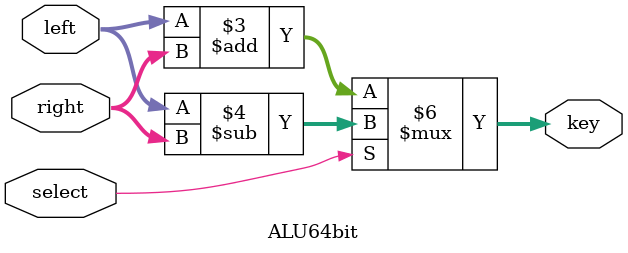
<source format=v>
module ALU64bit(key,left,right,select);
	output [63:0] key;
	input [31:0] left, right;
	input select;
	reg [63:0] key;

	always @(*)
	begin
		if(select == 1'b0) key = left + right;
		else key = left - right;
	end
endmodule
</source>
